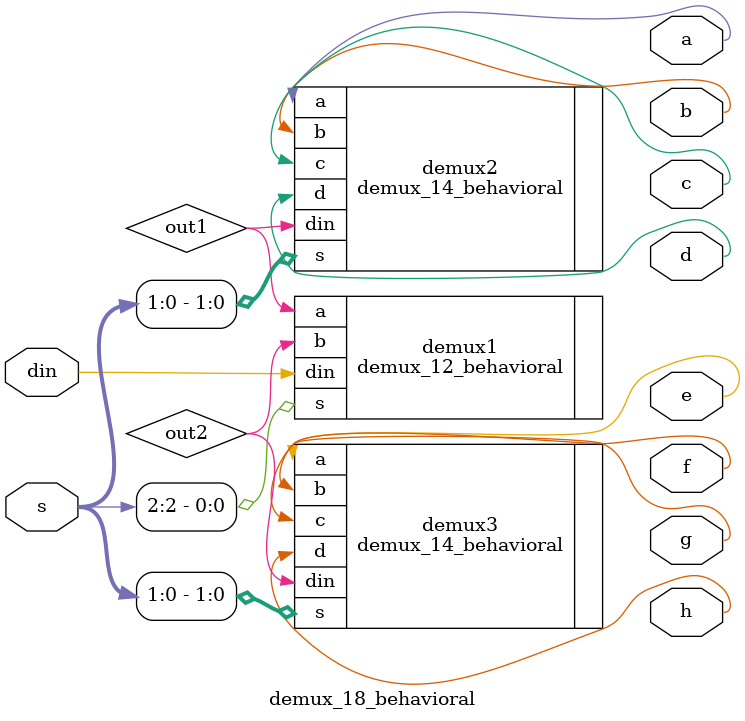
<source format=v>
module demux_18_behavioral (a, b, c, d, e, f, g, h, s, din);

output a, b, c, d, e, f, g, h;
input [2:0] s;
input din;

wire out1, out2;

demux_12_behavioral demux1 (.a(out1), .b(out2), .s(s[2]), .din(din));
demux_14_behavioral demux2 (.a(a), .b(b), .c(c), .d(d), .s(s[1:0]), .din(out1));
demux_14_behavioral demux3 (.a(e), .b(f), .c(g), .d(h), .s(s[1:0]), .din(out2));

endmodule
</source>
